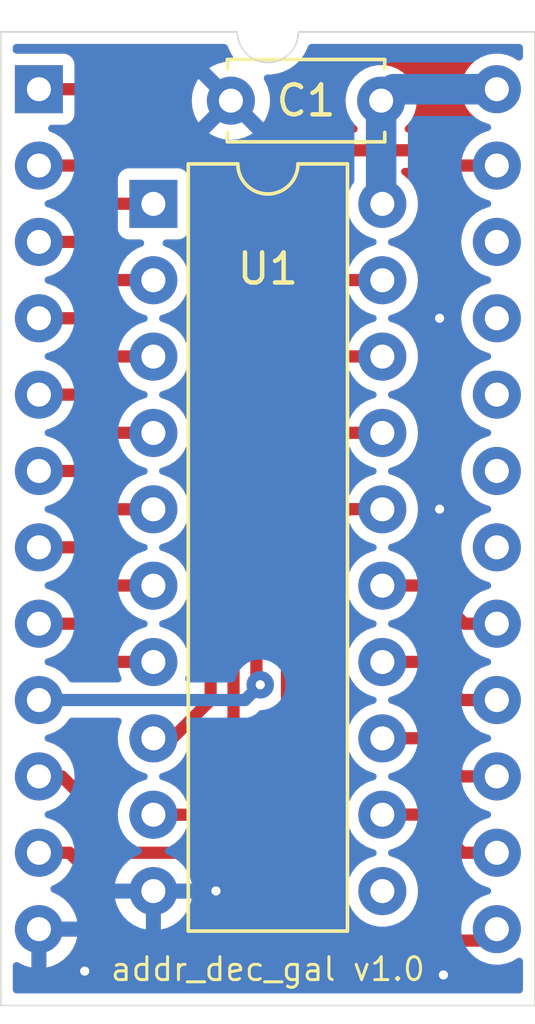
<source format=kicad_pcb>
(kicad_pcb (version 20240108) (generator "pcbnew") (generator_version "8.0")
  (layers (0 "F.Cu" signal) (31 "B.Cu" signal) (34 "B.Paste" user) (35 "F.Paste" user) (36 "B.SilkS" user "B.Silkscreen") (37 "F.SilkS" user "F.Silkscreen") (38 "B.Mask" user) (39 "F.Mask" user) (44 "Edge.Cuts" user))
  (net 0 "")
  (net 1 "GND")
  (net 2 "+5V")
  (net 3 "/A1")
  (net 4 "/A2")
  (net 5 "/A6")
  (net 6 "/D5")
  (net 7 "/A5")
  (net 8 "/A0")
  (net 9 "/D6")
  (net 10 "/D7")
  (net 11 "/A7")
  (net 12 "/D4")
  (net 13 "/D3")
  (net 14 "/D2")
  (net 15 "/A3")
  (net 16 "/D1")
  (net 17 "/A8")
  (net 18 "/A4")
  (net 19 "/D0")
  (footprint "Package_DIP:DIP-20_W7.62mm" (layer "F.Cu") (at 66.04 67.315)
    (property "Reference" "U1" (at 3.81 2.159 0) (layer "F.SilkS"))
    (property "Value" "GAL16V8")
    (fp_line (start 1.16 -1.33) (end 1.16 24.19) (stroke (width 0.12)) (layer "F.SilkS"))
    (fp_line (start 1.16 24.19) (end 6.46 24.19) (stroke (width 0.12)) (layer "F.SilkS"))
    (fp_line (start 2.81 -1.33) (end 1.16 -1.33) (stroke (width 0.12)) (layer "F.SilkS"))
    (fp_line (start 6.46 -1.33) (end 4.81 -1.33) (stroke (width 0.12)) (layer "F.SilkS"))
    (fp_line (start 6.46 24.19) (end 6.46 -1.33) (stroke (width 0.12)) (layer "F.SilkS"))
    (fp_arc (start 4.81 -1.33) (mid 3.81 -0.33) (end 2.81 -1.33) (stroke (width 0.12)) (layer "F.SilkS"))
    (pad "1" thru_hole rect (at 0 0) (size 1.6 1.6) (drill 0.8) (layers "*.Cu" "*.Mask") (net 5 "/A6"))
    (pad "2" thru_hole oval (at 0 2.54) (size 1.6 1.6) (drill 0.8) (layers "*.Cu" "*.Mask") (net 7 "/A5"))
    (pad "3" thru_hole oval (at 0 5.08) (size 1.6 1.6) (drill 0.8) (layers "*.Cu" "*.Mask") (net 18 "/A4"))
    (pad "4" thru_hole oval (at 0 7.62) (size 1.6 1.6) (drill 0.8) (layers "*.Cu" "*.Mask") (net 15 "/A3"))
    (pad "5" thru_hole oval (at 0 10.16) (size 1.6 1.6) (drill 0.8) (layers "*.Cu" "*.Mask") (net 4 "/A2"))
    (pad "6" thru_hole oval (at 0 12.7) (size 1.6 1.6) (drill 0.8) (layers "*.Cu" "*.Mask") (net 3 "/A1"))
    (pad "7" thru_hole oval (at 0 15.24) (size 1.6 1.6) (drill 0.8) (layers "*.Cu" "*.Mask") (net 8 "/A0"))
    (pad "8" thru_hole oval (at 0 17.78) (size 1.6 1.6) (drill 0.8) (layers "*.Cu" "*.Mask") (net 11 "/A7"))
    (pad "9" thru_hole oval (at 0 20.32) (size 1.6 1.6) (drill 0.8) (layers "*.Cu" "*.Mask") (net 17 "/A8"))
    (pad "10" thru_hole oval (at 0 22.86) (size 1.6 1.6) (drill 0.8) (layers "*.Cu" "*.Mask") (net 1 "GND"))
    (pad "11" thru_hole oval (at 7.62 22.86) (size 1.6 1.6) (drill 0.8) (layers "*.Cu" "*.Mask"))
    (pad "12" thru_hole oval (at 7.62 20.32) (size 1.6 1.6) (drill 0.8) (layers "*.Cu" "*.Mask") (net 12 "/D4"))
    (pad "13" thru_hole oval (at 7.62 17.78) (size 1.6 1.6) (drill 0.8) (layers "*.Cu" "*.Mask") (net 6 "/D5"))
    (pad "14" thru_hole oval (at 7.62 15.24) (size 1.6 1.6) (drill 0.8) (layers "*.Cu" "*.Mask") (net 9 "/D6"))
    (pad "15" thru_hole oval (at 7.62 12.7) (size 1.6 1.6) (drill 0.8) (layers "*.Cu" "*.Mask") (net 10 "/D7"))
    (pad "16" thru_hole oval (at 7.62 10.16) (size 1.6 1.6) (drill 0.8) (layers "*.Cu" "*.Mask") (net 13 "/D3"))
    (pad "17" thru_hole oval (at 7.62 7.62) (size 1.6 1.6) (drill 0.8) (layers "*.Cu" "*.Mask") (net 14 "/D2"))
    (pad "18" thru_hole oval (at 7.62 5.08) (size 1.6 1.6) (drill 0.8) (layers "*.Cu" "*.Mask") (net 16 "/D1"))
    (pad "19" thru_hole oval (at 7.62 2.54) (size 1.6 1.6) (drill 0.8) (layers "*.Cu" "*.Mask") (net 19 "/D0"))
    (pad "20" thru_hole oval (at 7.62 0) (size 1.6 1.6) (drill 0.8) (layers "*.Cu" "*.Mask") (net 2 "+5V"))
  )
  (footprint "Capacitor_THT:C_Disc_D5.0mm_W2.5mm_P5.00mm" (layer "F.Cu") (at 73.62 63.881 180)
    (property "Reference" "C1" (at 2.5 0 0) (layer "F.SilkS"))
    (property "Value" "100nF")
    (fp_line (start 5.12 1.055) (end 5.12 1.37) (stroke (width 0.12)) (layer "F.SilkS"))
    (fp_line (start 5.12 -1.37) (end 5.12 -1.055) (stroke (width 0.12)) (layer "F.SilkS"))
    (fp_line (start -0.12 1.37) (end 5.12 1.37) (stroke (width 0.12)) (layer "F.SilkS"))
    (fp_line (start -0.12 1.055) (end -0.12 1.37) (stroke (width 0.12)) (layer "F.SilkS"))
    (fp_line (start -0.12 -1.37) (end 5.12 -1.37) (stroke (width 0.12)) (layer "F.SilkS"))
    (fp_line (start -0.12 -1.37) (end -0.12 -1.055) (stroke (width 0.12)) (layer "F.SilkS"))
    (pad "1" thru_hole circle (at 0 0 180) (size 1.6 1.6) (drill 0.8) (layers "*.Cu" "*.Mask") (net 2 "+5V"))
    (pad "2" thru_hole circle (at 5 0 180) (size 1.6 1.6) (drill 0.8) (layers "*.Cu" "*.Mask") (net 1 "GND"))
  )
  (footprint "addr_dec_gal:DIP-24_W15.24mm" (layer "F.Cu") (at 62.23 63.5)
    (property "Reference" "J1" (hide yes))
    (property "Value" "Plug")
    (pad "1" thru_hole rect (at 0 0) (size 1.6 1.6) (drill 0.8) (layers "*.Cu" "*.Mask") (net 11 "/A7"))
    (pad "2" thru_hole oval (at 0 2.54) (size 1.6 1.6) (drill 0.8) (layers "*.Cu" "*.Mask") (net 5 "/A6"))
    (pad "3" thru_hole oval (at 0 5.08) (size 1.6 1.6) (drill 0.8) (layers "*.Cu" "*.Mask") (net 7 "/A5"))
    (pad "4" thru_hole oval (at 0 7.62) (size 1.6 1.6) (drill 0.8) (layers "*.Cu" "*.Mask") (net 18 "/A4"))
    (pad "5" thru_hole oval (at 0 10.16) (size 1.6 1.6) (drill 0.8) (layers "*.Cu" "*.Mask") (net 15 "/A3"))
    (pad "6" thru_hole oval (at 0 12.7) (size 1.6 1.6) (drill 0.8) (layers "*.Cu" "*.Mask") (net 4 "/A2"))
    (pad "7" thru_hole oval (at 0 15.24) (size 1.6 1.6) (drill 0.8) (layers "*.Cu" "*.Mask") (net 3 "/A1"))
    (pad "8" thru_hole oval (at 0 17.78) (size 1.6 1.6) (drill 0.8) (layers "*.Cu" "*.Mask") (net 8 "/A0"))
    (pad "9" thru_hole oval (at 0 20.32) (size 1.6 1.6) (drill 0.8) (layers "*.Cu" "*.Mask") (net 19 "/D0"))
    (pad "10" thru_hole oval (at 0 22.86) (size 1.6 1.6) (drill 0.8) (layers "*.Cu" "*.Mask") (net 16 "/D1"))
    (pad "11" thru_hole oval (at 0 25.4) (size 1.6 1.6) (drill 0.8) (layers "*.Cu" "*.Mask") (net 14 "/D2"))
    (pad "12" thru_hole oval (at 0 27.94) (size 1.6 1.6) (drill 0.8) (layers "*.Cu" "*.Mask") (net 1 "GND"))
    (pad "13" thru_hole oval (at 15.24 27.94) (size 1.6 1.6) (drill 0.8) (layers "*.Cu" "*.Mask") (net 13 "/D3"))
    (pad "14" thru_hole oval (at 15.24 25.4) (size 1.6 1.6) (drill 0.8) (layers "*.Cu" "*.Mask") (net 12 "/D4"))
    (pad "15" thru_hole oval (at 15.24 22.86) (size 1.6 1.6) (drill 0.8) (layers "*.Cu" "*.Mask") (net 6 "/D5"))
    (pad "16" thru_hole oval (at 15.24 20.32) (size 1.6 1.6) (drill 0.8) (layers "*.Cu" "*.Mask") (net 9 "/D6"))
    (pad "17" thru_hole oval (at 15.24 17.78) (size 1.6 1.6) (drill 0.8) (layers "*.Cu" "*.Mask") (net 10 "/D7"))
    (pad "18" thru_hole oval (at 15.24 15.24) (size 1.6 1.6) (drill 0.8) (layers "*.Cu" "*.Mask"))
    (pad "19" thru_hole oval (at 15.24 12.7) (size 1.6 1.6) (drill 0.8) (layers "*.Cu" "*.Mask"))
    (pad "20" thru_hole oval (at 15.24 10.16) (size 1.6 1.6) (drill 0.8) (layers "*.Cu" "*.Mask"))
    (pad "21" thru_hole oval (at 15.24 7.62) (size 1.6 1.6) (drill 0.8) (layers "*.Cu" "*.Mask"))
    (pad "22" thru_hole oval (at 15.24 5.08) (size 1.6 1.6) (drill 0.8) (layers "*.Cu" "*.Mask"))
    (pad "23" thru_hole oval (at 15.24 2.54) (size 1.6 1.6) (drill 0.8) (layers "*.Cu" "*.Mask") (net 17 "/A8"))
    (pad "24" thru_hole oval (at 15.24 0) (size 1.6 1.6) (drill 0.8) (layers "*.Cu" "*.Mask") (net 2 "+5V"))
  )
  (gr_arc (start 70.866 61.595) (mid 69.85 62.611) (end 68.834 61.595) (stroke (width 0.05)) (layer "Edge.Cuts"))
  (gr_line (start 78.74 61.595) (end 78.74 93.98) (stroke (width 0.05)) (layer "Edge.Cuts"))
  (gr_line (start 68.834 61.595) (end 60.96 61.595) (stroke (width 0.05)) (layer "Edge.Cuts"))
  (gr_line (start 78.74 61.595) (end 70.866 61.595) (stroke (width 0.05)) (layer "Edge.Cuts"))
  (gr_line (start 78.74 93.98) (end 60.96 93.98) (stroke (width 0.05)) (layer "Edge.Cuts"))
  (gr_line (start 60.96 93.98) (end 60.96 61.595) (stroke (width 0.05)) (layer "Edge.Cuts"))
  (gr_text "addr_dec_gal v1.0" (at 69.85 93.218 0) (layer "F.SilkS") (effects (font (size 0.762 0.762) (thickness 0.1)) (justify bottom)))
  (via (at 75.692 92.964) (size 0.9144) (drill 0.3048) (layers "F.Cu" "B.Cu") (net 1))
  (via (at 63.754 92.837) (size 0.9144) (drill 0.3048) (layers "F.Cu" "B.Cu") (net 1))
  (via (at 75.565 77.47) (size 0.9144) (drill 0.3048) (layers "F.Cu" "B.Cu") (net 1))
  (via (at 75.565 71.12) (size 0.9144) (drill 0.3048) (layers "F.Cu" "B.Cu") (net 1))
  (via (at 68.1228 90.17) (size 0.9144) (drill 0.3048) (layers "F.Cu" "B.Cu") (net 1))
  (segment (start 73.62 67.27) (end 73.66 67.31) (width 0.4064) (layer "B.Cu") (net 2))
  (segment (start 74.041 63.5) (end 73.66 63.881) (width 1.016) (layer "B.Cu") (net 2))
  (segment (start 77.47 63.5) (end 74.041 63.5) (width 1.016) (layer "B.Cu") (net 2))
  (segment (start 73.62 63.754) (end 73.62 67.27) (width 1.016) (layer "B.Cu") (net 2))
  (segment (start 62.23 78.74) (end 63.5 78.74) (width 0.4064) (layer "F.Cu") (net 3))
  (segment (start 63.5 78.74) (end 64.77 80.01) (width 0.4064) (layer "F.Cu") (net 3))
  (segment (start 64.77 80.01) (end 66.04 80.01) (width 0.4064) (layer "F.Cu") (net 3))
  (segment (start 63.5 76.2) (end 62.23 76.2) (width 0.4064) (layer "F.Cu") (net 4))
  (segment (start 66.04 77.475) (end 64.775 77.475) (width 0.4064) (layer "F.Cu") (net 4))
  (segment (start 64.775 77.475) (end 63.5 76.2) (width 0.4064) (layer "F.Cu") (net 4))
  (segment (start 62.23 66.04) (end 63.5 66.04) (width 0.4064) (layer "F.Cu") (net 5))
  (segment (start 63.5 66.04) (end 64.77 67.31) (width 0.4064) (layer "F.Cu") (net 5))
  (segment (start 64.77 67.31) (end 66.04 67.31) (width 0.4064) (layer "F.Cu") (net 5))
  (segment (start 74.9935 85.09) (end 73.5965 85.09) (width 0.4064) (layer "F.Cu") (net 6))
  (segment (start 77.4065 86.36) (end 76.2635 86.36) (width 0.4064) (layer "F.Cu") (net 6))
  (segment (start 76.2635 86.36) (end 74.9935 85.09) (width 0.4064) (layer "F.Cu") (net 6))
  (segment (start 64.77 69.85) (end 66.04 69.85) (width 0.4064) (layer "F.Cu") (net 7))
  (segment (start 62.23 68.58) (end 63.5 68.58) (width 0.4064) (layer "F.Cu") (net 7))
  (segment (start 63.5 68.58) (end 64.77 69.85) (width 0.4064) (layer "F.Cu") (net 7))
  (segment (start 64.77 82.55) (end 66.04 82.55) (width 0.4064) (layer "F.Cu") (net 8))
  (segment (start 62.23 81.28) (end 63.5 81.28) (width 0.4064) (layer "F.Cu") (net 8))
  (segment (start 63.5 81.28) (end 64.77 82.55) (width 0.4064) (layer "F.Cu") (net 8))
  (segment (start 74.9935 82.55) (end 73.5965 82.55) (width 0.4064) (layer "F.Cu") (net 9))
  (segment (start 77.4065 83.82) (end 76.2635 83.82) (width 0.4064) (layer "F.Cu") (net 9))
  (segment (start 76.2635 83.82) (end 74.9935 82.55) (width 0.4064) (layer "F.Cu") (net 9))
  (segment (start 75.1205 80.01) (end 73.7235 80.01) (width 0.4064) (layer "F.Cu") (net 10))
  (segment (start 77.5335 81.28) (end 76.3905 81.28) (width 0.4064) (layer "F.Cu") (net 10))
  (segment (start 76.3905 81.28) (end 75.1205 80.01) (width 0.4064) (layer "F.Cu") (net 10))
  (segment (start 67.945 66.04) (end 67.437 65.532) (width 0.4064) (layer "F.Cu") (net 11))
  (segment (start 66.67 85.095) (end 67.945 83.82) (width 0.4064) (layer "F.Cu") (net 11))
  (segment (start 65.532 65.532) (end 63.5 63.5) (width 0.4064) (layer "F.Cu") (net 11))
  (segment (start 66.04 85.095) (end 66.67 85.095) (width 0.4064) (layer "F.Cu") (net 11))
  (segment (start 67.437 65.532) (end 65.532 65.532) (width 0.4064) (layer "F.Cu") (net 11))
  (segment (start 67.945 83.82) (end 67.945 66.04) (width 0.4064) (layer "F.Cu") (net 11))
  (segment (start 63.5 63.5) (end 62.23 63.5) (width 0.4064) (layer "F.Cu") (net 11))
  (segment (start 75.057 87.63) (end 73.66 87.63) (width 0.4064) (layer "F.Cu") (net 12))
  (segment (start 77.47 88.9) (end 76.327 88.9) (width 0.4064) (layer "F.Cu") (net 12))
  (segment (start 76.327 88.9) (end 75.057 87.63) (width 0.4064) (layer "F.Cu") (net 12))
  (segment (start 72.009 77.978) (end 72.517 77.47) (width 0.4064) (layer "F.Cu") (net 13))
  (segment (start 77.089 91.821) (end 72.517 91.821) (width 0.4064) (layer "F.Cu") (net 13))
  (segment (start 72.517 77.47) (end 73.66 77.47) (width 0.4064) (layer "F.Cu") (net 13))
  (segment (start 72.517 91.821) (end 72.009 91.313) (width 0.4064) (layer "F.Cu") (net 13))
  (segment (start 72.009 91.313) (end 72.009 77.978) (width 0.4064) (layer "F.Cu") (net 13))
  (segment (start 77.47 91.44) (end 77.089 91.821) (width 0.4064) (layer "F.Cu") (net 13))
  (segment (start 71.247 89.027) (end 71.247 75.819) (width 0.4064) (layer "F.Cu") (net 14))
  (segment (start 64.77 91.821) (end 68.453 91.821) (width 0.4064) (layer "F.Cu") (net 14))
  (segment (start 68.453 91.821) (end 71.247 89.027) (width 0.4064) (layer "F.Cu") (net 14))
  (segment (start 72.136 74.93) (end 73.66 74.93) (width 0.4064) (layer "F.Cu") (net 14))
  (segment (start 62.23 88.9) (end 63.246 88.9) (width 0.4064) (layer "F.Cu") (net 14))
  (segment (start 63.246 88.9) (end 64.389 90.043) (width 0.4064) (layer "F.Cu") (net 14))
  (segment (start 64.389 90.043) (end 64.389 91.44) (width 0.4064) (layer "F.Cu") (net 14))
  (segment (start 64.389 91.44) (end 64.77 91.821) (width 0.4064) (layer "F.Cu") (net 14))
  (segment (start 71.247 75.819) (end 72.136 74.93) (width 0.4064) (layer "F.Cu") (net 14))
  (segment (start 64.77 74.93) (end 66.04 74.93) (width 0.4064) (layer "F.Cu") (net 15))
  (segment (start 63.5 73.66) (end 64.77 74.93) (width 0.4064) (layer "F.Cu") (net 15))
  (segment (start 62.23 73.66) (end 63.5 73.66) (width 0.4064) (layer "F.Cu") (net 15))
  (segment (start 62.23 86.36) (end 62.992 86.36) (width 0.4064) (layer "F.Cu") (net 16))
  (segment (start 70.485 74.041) (end 72.136 72.39) (width 0.4064) (layer "F.Cu") (net 16))
  (segment (start 62.992 86.36) (end 64.262 87.63) (width 0.4064) (layer "F.Cu") (net 16))
  (segment (start 70.485 86.995) (end 70.485 74.041) (width 0.4064) (layer "F.Cu") (net 16))
  (segment (start 64.262 87.63) (end 64.262 88.138) (width 0.4064) (layer "F.Cu") (net 16))
  (segment (start 65.024 88.9) (end 68.58 88.9) (width 0.4064) (layer "F.Cu") (net 16))
  (segment (start 72.136 72.39) (end 73.66 72.39) (width 0.4064) (layer "F.Cu") (net 16))
  (segment (start 64.262 88.138) (end 65.024 88.9) (width 0.4064) (layer "F.Cu") (net 16))
  (segment (start 68.58 88.9) (end 70.485 86.995) (width 0.4064) (layer "F.Cu") (net 16))
  (segment (start 75.565 65.532) (end 76.073 66.04) (width 0.4064) (layer "F.Cu") (net 17))
  (segment (start 68.707 87.122) (end 68.707 66.548) (width 0.4064) (layer "F.Cu") (net 17))
  (segment (start 66.04 87.635) (end 68.194 87.635) (width 0.4064) (layer "F.Cu") (net 17))
  (segment (start 68.194 87.635) (end 68.707 87.122) (width 0.4064) (layer "F.Cu") (net 17))
  (segment (start 69.723 65.532) (end 75.565 65.532) (width 0.4064) (layer "F.Cu") (net 17))
  (segment (start 68.707 66.548) (end 69.723 65.532) (width 0.4064) (layer "F.Cu") (net 17))
  (segment (start 76.073 66.04) (end 77.47 66.04) (width 0.4064) (layer "F.Cu") (net 17))
  (segment (start 64.77 72.39) (end 66.04 72.39) (width 0.4064) (layer "F.Cu") (net 18))
  (segment (start 62.23 71.12) (end 63.5 71.12) (width 0.4064) (layer "F.Cu") (net 18))
  (segment (start 63.5 71.12) (end 64.77 72.39) (width 0.4064) (layer "F.Cu") (net 18))
  (segment (start 69.469 83.185) (end 69.469 71.755) (width 0.4064) (layer "F.Cu") (net 19))
  (segment (start 69.469 71.755) (end 71.374 69.85) (width 0.4064) (layer "F.Cu") (net 19))
  (segment (start 71.374 69.85) (end 73.533 69.85) (width 0.4064) (layer "F.Cu") (net 19))
  (segment (start 69.596 83.312) (end 69.469 83.185) (width 0.4064) (layer "F.Cu") (net 19))
  (via (at 69.596 83.312) (size 0.9144) (drill 0.3048) (layers "F.Cu" "B.Cu") (net 19))
  (segment (start 62.23 83.82) (end 69.088 83.82) (width 0.4064) (layer "B.Cu") (net 19))
  (segment (start 69.088 83.82) (end 69.596 83.312) (width 0.4064) (layer "B.Cu") (net 19))
  (zone (net 1) (net_name "GND") (layers "F&B.Cu") (connect_pads (clearance 0.381)) (min_thickness 0.25) (fill yes (thermal_gap 0.5) (thermal_bridge_width 0.5))
    (polygon (pts (xy 60.96 61.595) (xy 78.74 61.595) (xy 78.74 93.98) (xy 60.96 93.98)))
  )
)
</source>
